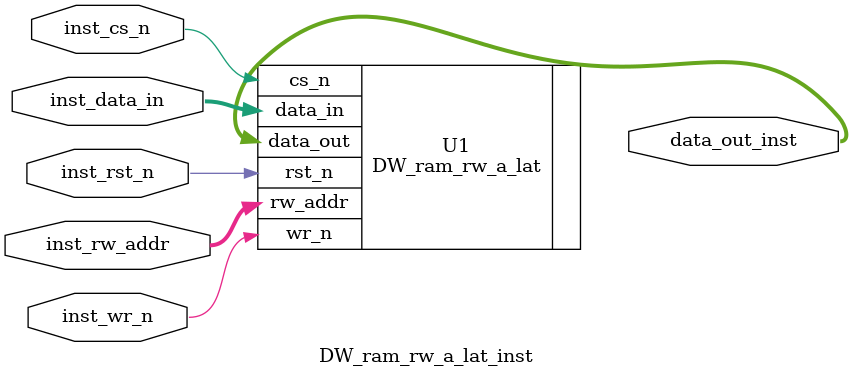
<source format=v>
module DW_ram_rw_a_lat_inst(inst_rst_n, inst_cs_n, inst_wr_n, inst_rw_addr,
                            inst_data_in, data_out_inst );
  parameter data_width = 8;
  parameter depth = 8;
  parameter rst_mode = 1;
  `define bit_width_depth 3 // ceil(log2(depth)) 

  input inst_rst_n;
  input inst_cs_n;
  input inst_wr_n;
  input [`bit_width_depth-1 : 0] inst_rw_addr;
  input [data_width-1 : 0] inst_data_in;
  output [data_width-1 : 0] data_out_inst;

  // Instance of DW_ram_rw_a_lat
  DW_ram_rw_a_lat #(data_width, depth, rst_mode)
    U1 (.rst_n(inst_rst_n),   .cs_n(inst_cs_n),   .wr_n(inst_wr_n),
        .rw_addr(inst_rw_addr),   .data_in(inst_data_in),
        .data_out(data_out_inst) );
endmodule


</source>
